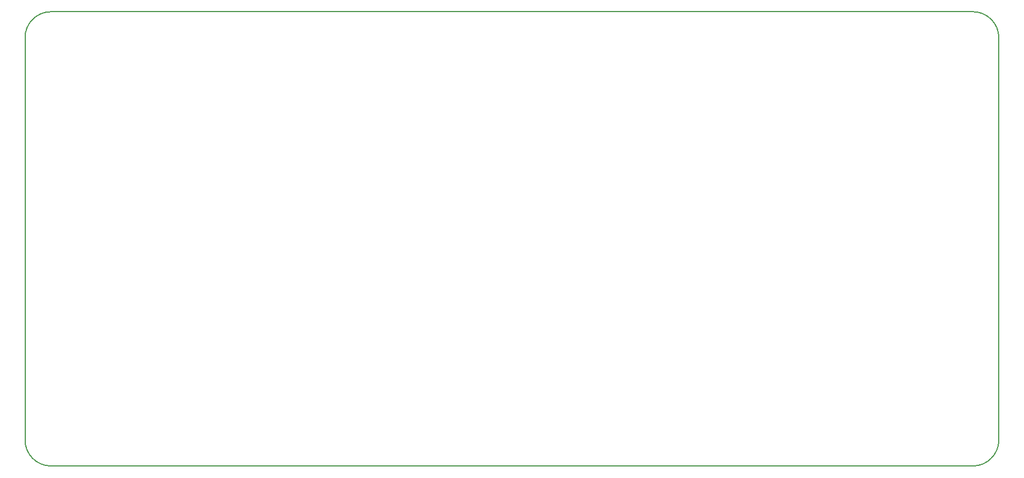
<source format=gbr>
%TF.GenerationSoftware,KiCad,Pcbnew,8.0.1*%
%TF.CreationDate,2024-04-26T19:22:48+02:00*%
%TF.ProjectId,MVBMS_Test_FT24,4d56424d-535f-4546-9573-745f46543234,rev?*%
%TF.SameCoordinates,Original*%
%TF.FileFunction,Profile,NP*%
%FSLAX46Y46*%
G04 Gerber Fmt 4.6, Leading zero omitted, Abs format (unit mm)*
G04 Created by KiCad (PCBNEW 8.0.1) date 2024-04-26 19:22:48*
%MOMM*%
%LPD*%
G01*
G04 APERTURE LIST*
%TA.AperFunction,Profile*%
%ADD10C,0.200000*%
%TD*%
G04 APERTURE END LIST*
D10*
X124000000Y-120000000D02*
X266000000Y-120000000D01*
X266000000Y-120000000D02*
G75*
G02*
X270000000Y-124000000I0J-4000000D01*
G01*
X120000000Y-124000000D02*
G75*
G02*
X124000000Y-120000000I4000000J0D01*
G01*
X266000000Y-190000000D02*
X124000000Y-190000000D01*
X120000000Y-186000000D02*
X120000000Y-124000000D01*
X270000000Y-124000000D02*
X270000000Y-186000000D01*
X124000000Y-190000000D02*
G75*
G02*
X120000000Y-186000000I0J4000000D01*
G01*
X270000000Y-186000000D02*
G75*
G02*
X266000000Y-190000000I-4000000J0D01*
G01*
M02*

</source>
